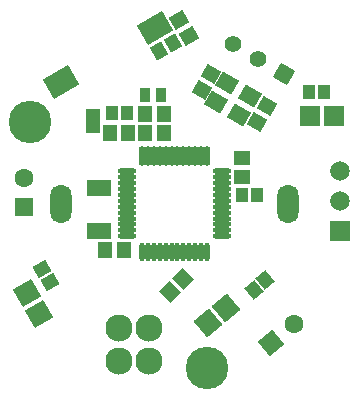
<source format=gts>
G04*
G04 #@! TF.GenerationSoftware,Altium Limited,Altium Designer,25.1.2 (22)*
G04*
G04 Layer_Color=8388736*
%FSLAX44Y44*%
%MOMM*%
G71*
G04*
G04 #@! TF.SameCoordinates,7166223C-B6ED-409E-8759-D5DD53971EAE*
G04*
G04*
G04 #@! TF.FilePolarity,Negative*
G04*
G01*
G75*
%ADD26R,2.0000X1.4000*%
%ADD35R,1.2500X2.0000*%
%ADD36R,1.1000X1.2500*%
G04:AMPARAMS|DCode=37|XSize=1.35mm|YSize=1.2mm|CornerRadius=0mm|HoleSize=0mm|Usage=FLASHONLY|Rotation=150.000|XOffset=0mm|YOffset=0mm|HoleType=Round|Shape=Rectangle|*
%AMROTATEDRECTD37*
4,1,4,0.8846,0.1821,0.2846,-0.8571,-0.8846,-0.1821,-0.2846,0.8571,0.8846,0.1821,0.0*
%
%ADD37ROTATEDRECTD37*%

G04:AMPARAMS|DCode=38|XSize=1.35mm|YSize=1.6mm|CornerRadius=0mm|HoleSize=0mm|Usage=FLASHONLY|Rotation=60.000|XOffset=0mm|YOffset=0mm|HoleType=Round|Shape=Rectangle|*
%AMROTATEDRECTD38*
4,1,4,0.3553,-0.9846,-1.0303,-0.1846,-0.3553,0.9846,1.0303,0.1846,0.3553,-0.9846,0.0*
%
%ADD38ROTATEDRECTD38*%

G04:AMPARAMS|DCode=39|XSize=1.25mm|YSize=1.1mm|CornerRadius=0mm|HoleSize=0mm|Usage=FLASHONLY|Rotation=130.000|XOffset=0mm|YOffset=0mm|HoleType=Round|Shape=Rectangle|*
%AMROTATEDRECTD39*
4,1,4,0.8231,-0.1252,-0.0196,-0.8323,-0.8231,0.1252,0.0196,0.8323,0.8231,-0.1252,0.0*
%
%ADD39ROTATEDRECTD39*%

%ADD40R,1.3500X1.2000*%
%ADD41O,1.5800X0.4700*%
%ADD42O,0.4700X1.5800*%
G04:AMPARAMS|DCode=43|XSize=1.35mm|YSize=1.2mm|CornerRadius=0mm|HoleSize=0mm|Usage=FLASHONLY|Rotation=210.000|XOffset=0mm|YOffset=0mm|HoleType=Round|Shape=Rectangle|*
%AMROTATEDRECTD43*
4,1,4,0.2846,0.8571,0.8846,-0.1821,-0.2846,-0.8571,-0.8846,0.1821,0.2846,0.8571,0.0*
%
%ADD43ROTATEDRECTD43*%

%ADD44R,1.2000X1.3500*%
G04:AMPARAMS|DCode=45|XSize=2.48mm|YSize=1.9mm|CornerRadius=0mm|HoleSize=0mm|Usage=FLASHONLY|Rotation=210.000|XOffset=0mm|YOffset=0mm|HoleType=Round|Shape=Rectangle|*
%AMROTATEDRECTD45*
4,1,4,0.5989,1.4427,1.5489,-0.2027,-0.5989,-1.4427,-1.5489,0.2027,0.5989,1.4427,0.0*
%
%ADD45ROTATEDRECTD45*%

%ADD46O,0.5900X1.7000*%
G04:AMPARAMS|DCode=47|XSize=1.35mm|YSize=1.2mm|CornerRadius=0mm|HoleSize=0mm|Usage=FLASHONLY|Rotation=315.000|XOffset=0mm|YOffset=0mm|HoleType=Round|Shape=Rectangle|*
%AMROTATEDRECTD47*
4,1,4,-0.9016,0.0530,-0.0530,0.9016,0.9016,-0.0530,0.0530,-0.9016,-0.9016,0.0530,0.0*
%
%ADD47ROTATEDRECTD47*%

G04:AMPARAMS|DCode=48|XSize=1.25mm|YSize=1.1mm|CornerRadius=0mm|HoleSize=0mm|Usage=FLASHONLY|Rotation=210.000|XOffset=0mm|YOffset=0mm|HoleType=Round|Shape=Rectangle|*
%AMROTATEDRECTD48*
4,1,4,0.2663,0.7888,0.8163,-0.1638,-0.2663,-0.7888,-0.8163,0.1638,0.2663,0.7888,0.0*
%
%ADD48ROTATEDRECTD48*%

G04:AMPARAMS|DCode=49|XSize=1.8mm|YSize=1.7mm|CornerRadius=0mm|HoleSize=0mm|Usage=FLASHONLY|Rotation=130.000|XOffset=0mm|YOffset=0mm|HoleType=Round|Shape=Rectangle|*
%AMROTATEDRECTD49*
4,1,4,1.2296,-0.1431,-0.0726,-1.2358,-1.2296,0.1431,0.0726,1.2358,1.2296,-0.1431,0.0*
%
%ADD49ROTATEDRECTD49*%

%ADD50O,0.8000X0.7000*%
G04:AMPARAMS|DCode=51|XSize=1.25mm|YSize=1.1mm|CornerRadius=0mm|HoleSize=0mm|Usage=FLASHONLY|Rotation=120.000|XOffset=0mm|YOffset=0mm|HoleType=Round|Shape=Rectangle|*
%AMROTATEDRECTD51*
4,1,4,0.7888,-0.2663,-0.1638,-0.8163,-0.7888,0.2663,0.1638,0.8163,0.7888,-0.2663,0.0*
%
%ADD51ROTATEDRECTD51*%

%ADD52R,0.9700X1.2700*%
G04:AMPARAMS|DCode=53|XSize=1.8mm|YSize=1.7mm|CornerRadius=0mm|HoleSize=0mm|Usage=FLASHONLY|Rotation=210.000|XOffset=0mm|YOffset=0mm|HoleType=Round|Shape=Rectangle|*
%AMROTATEDRECTD53*
4,1,4,0.3544,1.1861,1.2044,-0.2861,-0.3544,-1.1861,-1.2044,0.2861,0.3544,1.1861,0.0*
%
%ADD53ROTATEDRECTD53*%

%ADD54R,1.7000X1.8000*%
%ADD55C,3.6000*%
%ADD56P,2.2627X4X265.0*%
%ADD57C,1.6000*%
%ADD58C,1.4000*%
%ADD59C,1.6580*%
%ADD60C,2.3000*%
%ADD61R,1.6580X1.6580*%
%ADD62O,1.8000X3.3000*%
%ADD63R,1.6000X1.6000*%
%ADD64P,1.9799X4X375.0*%
D26*
X116000Y157000D02*
D03*
Y193000D02*
D03*
D35*
X110999Y249998D02*
D03*
D36*
X306500Y275000D02*
D03*
X250000Y187500D02*
D03*
X127000Y257000D02*
D03*
X237000Y187500D02*
D03*
X140000Y257000D02*
D03*
X293500Y275000D02*
D03*
D37*
X250000Y249072D02*
D03*
X211000Y289928D02*
D03*
X258000Y262928D02*
D03*
X203000Y276072D02*
D03*
D38*
X235000Y255000D02*
D03*
X224331Y282521D02*
D03*
X244250Y271021D02*
D03*
X215081Y266500D02*
D03*
D39*
X256979Y115178D02*
D03*
X247021Y106822D02*
D03*
D40*
X237000Y203000D02*
D03*
Y219000D02*
D03*
D41*
X220500Y202500D02*
D03*
X139500Y157500D02*
D03*
Y192500D02*
D03*
Y197500D02*
D03*
X220500Y207500D02*
D03*
X139500Y152500D02*
D03*
X220500D02*
D03*
Y197500D02*
D03*
Y192500D02*
D03*
Y187500D02*
D03*
Y182500D02*
D03*
Y177500D02*
D03*
Y172500D02*
D03*
Y167500D02*
D03*
Y162500D02*
D03*
Y157500D02*
D03*
X139500Y162500D02*
D03*
Y167500D02*
D03*
Y172500D02*
D03*
Y177500D02*
D03*
Y182500D02*
D03*
Y187500D02*
D03*
Y202500D02*
D03*
Y207500D02*
D03*
D42*
X202500Y139500D02*
D03*
X207500D02*
D03*
X182500D02*
D03*
X172500D02*
D03*
X177500D02*
D03*
X197500D02*
D03*
X192500D02*
D03*
X187500D02*
D03*
X167500D02*
D03*
X162500D02*
D03*
X157500D02*
D03*
X152500D02*
D03*
D43*
X184000Y335928D02*
D03*
X192000Y322072D02*
D03*
D44*
X171000Y240000D02*
D03*
Y256000D02*
D03*
X125000Y240000D02*
D03*
X121000Y141000D02*
D03*
X137000D02*
D03*
X155000Y256000D02*
D03*
Y240000D02*
D03*
X141000D02*
D03*
D45*
X84163Y283000D02*
D03*
X163837Y329000D02*
D03*
D46*
X172500Y220500D02*
D03*
X152500D02*
D03*
X157500D02*
D03*
X162500D02*
D03*
X167500D02*
D03*
X177500D02*
D03*
X182500D02*
D03*
X187500D02*
D03*
X192500D02*
D03*
X197500D02*
D03*
X202500D02*
D03*
X207500D02*
D03*
D47*
X187157Y116407D02*
D03*
X175843Y105093D02*
D03*
D48*
X67750Y124629D02*
D03*
X74250Y113371D02*
D03*
D49*
X208679Y79144D02*
D03*
X224000Y92000D02*
D03*
D50*
X111000Y257000D02*
D03*
Y244000D02*
D03*
D51*
X167113Y309680D02*
D03*
X178371Y316180D02*
D03*
D52*
X168950Y272000D02*
D03*
X155050D02*
D03*
D53*
X65366Y86706D02*
D03*
X55366Y104026D02*
D03*
D54*
X315000Y254000D02*
D03*
X295000Y254000D02*
D03*
D55*
X57500Y249000D02*
D03*
X207750Y40750D02*
D03*
D56*
X261849Y61930D02*
D03*
D57*
X281000Y78000D02*
D03*
X53000Y202000D02*
D03*
D58*
X250875Y302784D02*
D03*
X229224Y315284D02*
D03*
D59*
X320000Y182400D02*
D03*
X320000Y207800D02*
D03*
D60*
X158400Y47000D02*
D03*
X133000D02*
D03*
X158400Y75000D02*
D03*
X133000D02*
D03*
D61*
X320000Y157000D02*
D03*
D62*
X276000Y180000D02*
D03*
X84000D02*
D03*
D63*
X53000Y177000D02*
D03*
D64*
X272526Y290284D02*
D03*
M02*

</source>
